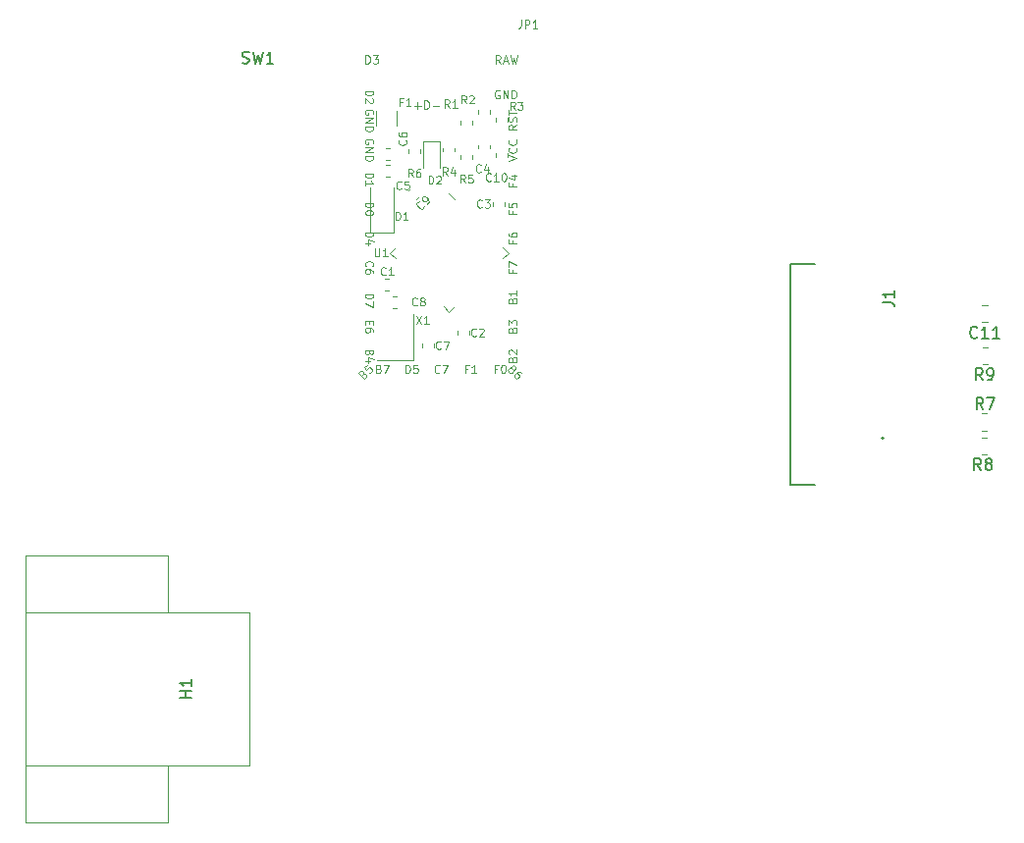
<source format=gto>
G04 #@! TF.GenerationSoftware,KiCad,Pcbnew,(6.0.0)*
G04 #@! TF.CreationDate,2021-12-27T00:15:52+08:00*
G04 #@! TF.ProjectId,Alvaro v2,416c7661-726f-4207-9632-2e6b69636164,rev?*
G04 #@! TF.SameCoordinates,Original*
G04 #@! TF.FileFunction,Legend,Top*
G04 #@! TF.FilePolarity,Positive*
%FSLAX46Y46*%
G04 Gerber Fmt 4.6, Leading zero omitted, Abs format (unit mm)*
G04 Created by KiCad (PCBNEW (6.0.0)) date 2021-12-27 00:15:52*
%MOMM*%
%LPD*%
G01*
G04 APERTURE LIST*
%ADD10C,0.080000*%
%ADD11C,0.150000*%
%ADD12C,0.120000*%
%ADD13C,0.200000*%
G04 APERTURE END LIST*
D10*
X68419000Y-23266666D02*
X68452333Y-23200000D01*
X68452333Y-23100000D01*
X68419000Y-23000000D01*
X68352333Y-22933333D01*
X68285666Y-22900000D01*
X68152333Y-22866666D01*
X68052333Y-22866666D01*
X67919000Y-22900000D01*
X67852333Y-22933333D01*
X67785666Y-23000000D01*
X67752333Y-23100000D01*
X67752333Y-23166666D01*
X67785666Y-23266666D01*
X67819000Y-23300000D01*
X68052333Y-23300000D01*
X68052333Y-23166666D01*
X67752333Y-23600000D02*
X68452333Y-23600000D01*
X67752333Y-24000000D01*
X68452333Y-24000000D01*
X67752333Y-24333333D02*
X68452333Y-24333333D01*
X68452333Y-24500000D01*
X68419000Y-24600000D01*
X68352333Y-24666666D01*
X68285666Y-24700000D01*
X68152333Y-24733333D01*
X68052333Y-24733333D01*
X67919000Y-24700000D01*
X67852333Y-24666666D01*
X67785666Y-24600000D01*
X67752333Y-24500000D01*
X67752333Y-24333333D01*
X67752333Y-33443333D02*
X68452333Y-33443333D01*
X68452333Y-33610000D01*
X68419000Y-33710000D01*
X68352333Y-33776666D01*
X68285666Y-33810000D01*
X68152333Y-33843333D01*
X68052333Y-33843333D01*
X67919000Y-33810000D01*
X67852333Y-33776666D01*
X67785666Y-33710000D01*
X67752333Y-33610000D01*
X67752333Y-33443333D01*
X68219000Y-34443333D02*
X67752333Y-34443333D01*
X68485666Y-34276666D02*
X67985666Y-34110000D01*
X67985666Y-34543333D01*
X67752333Y-28363333D02*
X68452333Y-28363333D01*
X68452333Y-28530000D01*
X68419000Y-28630000D01*
X68352333Y-28696666D01*
X68285666Y-28730000D01*
X68152333Y-28763333D01*
X68052333Y-28763333D01*
X67919000Y-28730000D01*
X67852333Y-28696666D01*
X67785666Y-28630000D01*
X67752333Y-28530000D01*
X67752333Y-28363333D01*
X67752333Y-29430000D02*
X67752333Y-29030000D01*
X67752333Y-29230000D02*
X68452333Y-29230000D01*
X68352333Y-29163333D01*
X68285666Y-29096666D01*
X68252333Y-29030000D01*
X68419000Y-25806666D02*
X68452333Y-25740000D01*
X68452333Y-25640000D01*
X68419000Y-25540000D01*
X68352333Y-25473333D01*
X68285666Y-25440000D01*
X68152333Y-25406666D01*
X68052333Y-25406666D01*
X67919000Y-25440000D01*
X67852333Y-25473333D01*
X67785666Y-25540000D01*
X67752333Y-25640000D01*
X67752333Y-25706666D01*
X67785666Y-25806666D01*
X67819000Y-25840000D01*
X68052333Y-25840000D01*
X68052333Y-25706666D01*
X67752333Y-26140000D02*
X68452333Y-26140000D01*
X67752333Y-26540000D01*
X68452333Y-26540000D01*
X67752333Y-26873333D02*
X68452333Y-26873333D01*
X68452333Y-27040000D01*
X68419000Y-27140000D01*
X68352333Y-27206666D01*
X68285666Y-27240000D01*
X68152333Y-27273333D01*
X68052333Y-27273333D01*
X67919000Y-27240000D01*
X67852333Y-27206666D01*
X67785666Y-27140000D01*
X67752333Y-27040000D01*
X67752333Y-26873333D01*
X67800333Y-18886666D02*
X67800333Y-18186666D01*
X67967000Y-18186666D01*
X68067000Y-18220000D01*
X68133666Y-18286666D01*
X68167000Y-18353333D01*
X68200333Y-18486666D01*
X68200333Y-18586666D01*
X68167000Y-18720000D01*
X68133666Y-18786666D01*
X68067000Y-18853333D01*
X67967000Y-18886666D01*
X67800333Y-18886666D01*
X68433666Y-18186666D02*
X68867000Y-18186666D01*
X68633666Y-18453333D01*
X68733666Y-18453333D01*
X68800333Y-18486666D01*
X68833666Y-18520000D01*
X68867000Y-18586666D01*
X68867000Y-18753333D01*
X68833666Y-18820000D01*
X68800333Y-18853333D01*
X68733666Y-18886666D01*
X68533666Y-18886666D01*
X68467000Y-18853333D01*
X68433666Y-18820000D01*
X68119000Y-43836666D02*
X68085666Y-43936666D01*
X68052333Y-43970000D01*
X67985666Y-44003333D01*
X67885666Y-44003333D01*
X67819000Y-43970000D01*
X67785666Y-43936666D01*
X67752333Y-43870000D01*
X67752333Y-43603333D01*
X68452333Y-43603333D01*
X68452333Y-43836666D01*
X68419000Y-43903333D01*
X68385666Y-43936666D01*
X68319000Y-43970000D01*
X68252333Y-43970000D01*
X68185666Y-43936666D01*
X68152333Y-43903333D01*
X68119000Y-43836666D01*
X68119000Y-43603333D01*
X68219000Y-44603333D02*
X67752333Y-44603333D01*
X68485666Y-44436666D02*
X67985666Y-44270000D01*
X67985666Y-44703333D01*
X67752333Y-21251333D02*
X68452333Y-21251333D01*
X68452333Y-21418000D01*
X68419000Y-21518000D01*
X68352333Y-21584666D01*
X68285666Y-21618000D01*
X68152333Y-21651333D01*
X68052333Y-21651333D01*
X67919000Y-21618000D01*
X67852333Y-21584666D01*
X67785666Y-21518000D01*
X67752333Y-21418000D01*
X67752333Y-21251333D01*
X68385666Y-21918000D02*
X68419000Y-21951333D01*
X68452333Y-22018000D01*
X68452333Y-22184666D01*
X68419000Y-22251333D01*
X68385666Y-22284666D01*
X68319000Y-22318000D01*
X68252333Y-22318000D01*
X68152333Y-22284666D01*
X67752333Y-21884666D01*
X67752333Y-22318000D01*
X68119000Y-41096666D02*
X68119000Y-41330000D01*
X67752333Y-41430000D02*
X67752333Y-41096666D01*
X68452333Y-41096666D01*
X68452333Y-41430000D01*
X68452333Y-42030000D02*
X68452333Y-41896666D01*
X68419000Y-41830000D01*
X68385666Y-41796666D01*
X68285666Y-41730000D01*
X68152333Y-41696666D01*
X67885666Y-41696666D01*
X67819000Y-41730000D01*
X67785666Y-41763333D01*
X67752333Y-41830000D01*
X67752333Y-41963333D01*
X67785666Y-42030000D01*
X67819000Y-42063333D01*
X67885666Y-42096666D01*
X68052333Y-42096666D01*
X68119000Y-42063333D01*
X68152333Y-42030000D01*
X68185666Y-41963333D01*
X68185666Y-41830000D01*
X68152333Y-41763333D01*
X68119000Y-41730000D01*
X68052333Y-41696666D01*
X67579297Y-45681991D02*
X67673578Y-45634851D01*
X67720719Y-45634851D01*
X67791429Y-45658421D01*
X67862140Y-45729132D01*
X67885710Y-45799842D01*
X67885710Y-45846983D01*
X67862140Y-45917693D01*
X67673578Y-46106255D01*
X67178603Y-45611280D01*
X67343595Y-45446289D01*
X67414306Y-45422719D01*
X67461446Y-45422719D01*
X67532157Y-45446289D01*
X67579297Y-45493429D01*
X67602867Y-45564140D01*
X67602867Y-45611280D01*
X67579297Y-45681991D01*
X67414306Y-45846983D01*
X67909280Y-44880603D02*
X67673578Y-45116306D01*
X67885710Y-45375578D01*
X67885710Y-45328438D01*
X67909280Y-45257727D01*
X68027132Y-45139876D01*
X68097842Y-45116306D01*
X68144983Y-45116306D01*
X68215693Y-45139876D01*
X68333544Y-45257727D01*
X68357115Y-45328438D01*
X68357115Y-45375578D01*
X68333544Y-45446289D01*
X68215693Y-45564140D01*
X68144983Y-45587710D01*
X68097842Y-45587710D01*
X67752333Y-38777333D02*
X68452333Y-38777333D01*
X68452333Y-38944000D01*
X68419000Y-39044000D01*
X68352333Y-39110666D01*
X68285666Y-39144000D01*
X68152333Y-39177333D01*
X68052333Y-39177333D01*
X67919000Y-39144000D01*
X67852333Y-39110666D01*
X67785666Y-39044000D01*
X67752333Y-38944000D01*
X67752333Y-38777333D01*
X68452333Y-39410666D02*
X68452333Y-39877333D01*
X67752333Y-39577333D01*
X67819000Y-36383333D02*
X67785666Y-36350000D01*
X67752333Y-36250000D01*
X67752333Y-36183333D01*
X67785666Y-36083333D01*
X67852333Y-36016666D01*
X67919000Y-35983333D01*
X68052333Y-35950000D01*
X68152333Y-35950000D01*
X68285666Y-35983333D01*
X68352333Y-36016666D01*
X68419000Y-36083333D01*
X68452333Y-36183333D01*
X68452333Y-36250000D01*
X68419000Y-36350000D01*
X68385666Y-36383333D01*
X68452333Y-36983333D02*
X68452333Y-36850000D01*
X68419000Y-36783333D01*
X68385666Y-36750000D01*
X68285666Y-36683333D01*
X68152333Y-36650000D01*
X67885666Y-36650000D01*
X67819000Y-36683333D01*
X67785666Y-36716666D01*
X67752333Y-36783333D01*
X67752333Y-36916666D01*
X67785666Y-36983333D01*
X67819000Y-37016666D01*
X67885666Y-37050000D01*
X68052333Y-37050000D01*
X68119000Y-37016666D01*
X68152333Y-36983333D01*
X68185666Y-36916666D01*
X68185666Y-36783333D01*
X68152333Y-36716666D01*
X68119000Y-36683333D01*
X68052333Y-36650000D01*
X67752333Y-30903333D02*
X68452333Y-30903333D01*
X68452333Y-31070000D01*
X68419000Y-31170000D01*
X68352333Y-31236666D01*
X68285666Y-31270000D01*
X68152333Y-31303333D01*
X68052333Y-31303333D01*
X67919000Y-31270000D01*
X67852333Y-31236666D01*
X67785666Y-31170000D01*
X67752333Y-31070000D01*
X67752333Y-30903333D01*
X68452333Y-31736666D02*
X68452333Y-31803333D01*
X68419000Y-31870000D01*
X68385666Y-31903333D01*
X68319000Y-31936666D01*
X68185666Y-31970000D01*
X68019000Y-31970000D01*
X67885666Y-31936666D01*
X67819000Y-31903333D01*
X67785666Y-31870000D01*
X67752333Y-31803333D01*
X67752333Y-31736666D01*
X67785666Y-31670000D01*
X67819000Y-31636666D01*
X67885666Y-31603333D01*
X68019000Y-31570000D01*
X68185666Y-31570000D01*
X68319000Y-31603333D01*
X68385666Y-31636666D01*
X68419000Y-31670000D01*
X68452333Y-31736666D01*
X68928666Y-45213000D02*
X69028666Y-45246333D01*
X69062000Y-45279666D01*
X69095333Y-45346333D01*
X69095333Y-45446333D01*
X69062000Y-45513000D01*
X69028666Y-45546333D01*
X68962000Y-45579666D01*
X68695333Y-45579666D01*
X68695333Y-44879666D01*
X68928666Y-44879666D01*
X68995333Y-44913000D01*
X69028666Y-44946333D01*
X69062000Y-45013000D01*
X69062000Y-45079666D01*
X69028666Y-45146333D01*
X68995333Y-45179666D01*
X68928666Y-45213000D01*
X68695333Y-45213000D01*
X69328666Y-44879666D02*
X69795333Y-44879666D01*
X69495333Y-45579666D01*
X71235333Y-45579666D02*
X71235333Y-44879666D01*
X71402000Y-44879666D01*
X71502000Y-44913000D01*
X71568666Y-44979666D01*
X71602000Y-45046333D01*
X71635333Y-45179666D01*
X71635333Y-45279666D01*
X71602000Y-45413000D01*
X71568666Y-45479666D01*
X71502000Y-45546333D01*
X71402000Y-45579666D01*
X71235333Y-45579666D01*
X72268666Y-44879666D02*
X71935333Y-44879666D01*
X71902000Y-45213000D01*
X71935333Y-45179666D01*
X72002000Y-45146333D01*
X72168666Y-45146333D01*
X72235333Y-45179666D01*
X72268666Y-45213000D01*
X72302000Y-45279666D01*
X72302000Y-45446333D01*
X72268666Y-45513000D01*
X72235333Y-45546333D01*
X72168666Y-45579666D01*
X72002000Y-45579666D01*
X71935333Y-45546333D01*
X71902000Y-45513000D01*
X74175333Y-45513000D02*
X74142000Y-45546333D01*
X74042000Y-45579666D01*
X73975333Y-45579666D01*
X73875333Y-45546333D01*
X73808666Y-45479666D01*
X73775333Y-45413000D01*
X73742000Y-45279666D01*
X73742000Y-45179666D01*
X73775333Y-45046333D01*
X73808666Y-44979666D01*
X73875333Y-44913000D01*
X73975333Y-44879666D01*
X74042000Y-44879666D01*
X74142000Y-44913000D01*
X74175333Y-44946333D01*
X74408666Y-44879666D02*
X74875333Y-44879666D01*
X74575333Y-45579666D01*
X76598666Y-45213000D02*
X76365333Y-45213000D01*
X76365333Y-45579666D02*
X76365333Y-44879666D01*
X76698666Y-44879666D01*
X77332000Y-45579666D02*
X76932000Y-45579666D01*
X77132000Y-45579666D02*
X77132000Y-44879666D01*
X77065333Y-44979666D01*
X76998666Y-45046333D01*
X76932000Y-45079666D01*
X79138666Y-45213000D02*
X78905333Y-45213000D01*
X78905333Y-45579666D02*
X78905333Y-44879666D01*
X79238666Y-44879666D01*
X79638666Y-44879666D02*
X79705333Y-44879666D01*
X79772000Y-44913000D01*
X79805333Y-44946333D01*
X79838666Y-45013000D01*
X79872000Y-45146333D01*
X79872000Y-45313000D01*
X79838666Y-45446333D01*
X79805333Y-45513000D01*
X79772000Y-45546333D01*
X79705333Y-45579666D01*
X79638666Y-45579666D01*
X79572000Y-45546333D01*
X79538666Y-45513000D01*
X79505333Y-45446333D01*
X79472000Y-45313000D01*
X79472000Y-45146333D01*
X79505333Y-45013000D01*
X79538666Y-44946333D01*
X79572000Y-44913000D01*
X79638666Y-44879666D01*
X80465000Y-34193333D02*
X80465000Y-34426666D01*
X80831666Y-34426666D02*
X80131666Y-34426666D01*
X80131666Y-34093333D01*
X80131666Y-33526666D02*
X80131666Y-33660000D01*
X80165000Y-33726666D01*
X80198333Y-33760000D01*
X80298333Y-33826666D01*
X80431666Y-33860000D01*
X80698333Y-33860000D01*
X80765000Y-33826666D01*
X80798333Y-33793333D01*
X80831666Y-33726666D01*
X80831666Y-33593333D01*
X80798333Y-33526666D01*
X80765000Y-33493333D01*
X80698333Y-33460000D01*
X80531666Y-33460000D01*
X80465000Y-33493333D01*
X80431666Y-33526666D01*
X80398333Y-33593333D01*
X80398333Y-33726666D01*
X80431666Y-33793333D01*
X80465000Y-33826666D01*
X80531666Y-33860000D01*
X80465000Y-41863333D02*
X80498333Y-41763333D01*
X80531666Y-41730000D01*
X80598333Y-41696666D01*
X80698333Y-41696666D01*
X80765000Y-41730000D01*
X80798333Y-41763333D01*
X80831666Y-41830000D01*
X80831666Y-42096666D01*
X80131666Y-42096666D01*
X80131666Y-41863333D01*
X80165000Y-41796666D01*
X80198333Y-41763333D01*
X80265000Y-41730000D01*
X80331666Y-41730000D01*
X80398333Y-41763333D01*
X80431666Y-41796666D01*
X80465000Y-41863333D01*
X80465000Y-42096666D01*
X80131666Y-41463333D02*
X80131666Y-41030000D01*
X80398333Y-41263333D01*
X80398333Y-41163333D01*
X80431666Y-41096666D01*
X80465000Y-41063333D01*
X80531666Y-41030000D01*
X80698333Y-41030000D01*
X80765000Y-41063333D01*
X80798333Y-41096666D01*
X80831666Y-41163333D01*
X80831666Y-41363333D01*
X80798333Y-41430000D01*
X80765000Y-41463333D01*
X80465000Y-44403333D02*
X80498333Y-44303333D01*
X80531666Y-44270000D01*
X80598333Y-44236666D01*
X80698333Y-44236666D01*
X80765000Y-44270000D01*
X80798333Y-44303333D01*
X80831666Y-44370000D01*
X80831666Y-44636666D01*
X80131666Y-44636666D01*
X80131666Y-44403333D01*
X80165000Y-44336666D01*
X80198333Y-44303333D01*
X80265000Y-44270000D01*
X80331666Y-44270000D01*
X80398333Y-44303333D01*
X80431666Y-44336666D01*
X80465000Y-44403333D01*
X80465000Y-44636666D01*
X80198333Y-43970000D02*
X80165000Y-43936666D01*
X80131666Y-43870000D01*
X80131666Y-43703333D01*
X80165000Y-43636666D01*
X80198333Y-43603333D01*
X80265000Y-43570000D01*
X80331666Y-43570000D01*
X80431666Y-43603333D01*
X80831666Y-44003333D01*
X80831666Y-43570000D01*
X80477008Y-45281297D02*
X80524148Y-45375578D01*
X80524148Y-45422719D01*
X80500578Y-45493429D01*
X80429867Y-45564140D01*
X80359157Y-45587710D01*
X80312016Y-45587710D01*
X80241306Y-45564140D01*
X80052744Y-45375578D01*
X80547719Y-44880603D01*
X80712710Y-45045595D01*
X80736280Y-45116306D01*
X80736280Y-45163446D01*
X80712710Y-45234157D01*
X80665570Y-45281297D01*
X80594859Y-45304867D01*
X80547719Y-45304867D01*
X80477008Y-45281297D01*
X80312016Y-45116306D01*
X81254825Y-45587710D02*
X81160544Y-45493429D01*
X81089834Y-45469859D01*
X81042693Y-45469859D01*
X80924842Y-45493429D01*
X80806991Y-45564140D01*
X80618429Y-45752702D01*
X80594859Y-45823412D01*
X80594859Y-45870553D01*
X80618429Y-45941264D01*
X80712710Y-46035544D01*
X80783421Y-46059115D01*
X80830561Y-46059115D01*
X80901272Y-46035544D01*
X81019123Y-45917693D01*
X81042693Y-45846983D01*
X81042693Y-45799842D01*
X81019123Y-45729132D01*
X80924842Y-45634851D01*
X80854132Y-45611280D01*
X80806991Y-45611280D01*
X80736280Y-45634851D01*
X80465000Y-39323333D02*
X80498333Y-39223333D01*
X80531666Y-39190000D01*
X80598333Y-39156666D01*
X80698333Y-39156666D01*
X80765000Y-39190000D01*
X80798333Y-39223333D01*
X80831666Y-39290000D01*
X80831666Y-39556666D01*
X80131666Y-39556666D01*
X80131666Y-39323333D01*
X80165000Y-39256666D01*
X80198333Y-39223333D01*
X80265000Y-39190000D01*
X80331666Y-39190000D01*
X80398333Y-39223333D01*
X80431666Y-39256666D01*
X80465000Y-39323333D01*
X80465000Y-39556666D01*
X80831666Y-38490000D02*
X80831666Y-38890000D01*
X80831666Y-38690000D02*
X80131666Y-38690000D01*
X80231666Y-38756666D01*
X80298333Y-38823333D01*
X80331666Y-38890000D01*
X80465000Y-36733333D02*
X80465000Y-36966666D01*
X80831666Y-36966666D02*
X80131666Y-36966666D01*
X80131666Y-36633333D01*
X80131666Y-36433333D02*
X80131666Y-35966666D01*
X80831666Y-36266666D01*
X79328666Y-21220000D02*
X79262000Y-21186666D01*
X79162000Y-21186666D01*
X79062000Y-21220000D01*
X78995333Y-21286666D01*
X78962000Y-21353333D01*
X78928666Y-21486666D01*
X78928666Y-21586666D01*
X78962000Y-21720000D01*
X78995333Y-21786666D01*
X79062000Y-21853333D01*
X79162000Y-21886666D01*
X79228666Y-21886666D01*
X79328666Y-21853333D01*
X79362000Y-21820000D01*
X79362000Y-21586666D01*
X79228666Y-21586666D01*
X79662000Y-21886666D02*
X79662000Y-21186666D01*
X80062000Y-21886666D01*
X80062000Y-21186666D01*
X80395333Y-21886666D02*
X80395333Y-21186666D01*
X80562000Y-21186666D01*
X80662000Y-21220000D01*
X80728666Y-21286666D01*
X80762000Y-21353333D01*
X80795333Y-21486666D01*
X80795333Y-21586666D01*
X80762000Y-21720000D01*
X80728666Y-21786666D01*
X80662000Y-21853333D01*
X80562000Y-21886666D01*
X80395333Y-21886666D01*
X80465000Y-31653333D02*
X80465000Y-31886666D01*
X80831666Y-31886666D02*
X80131666Y-31886666D01*
X80131666Y-31553333D01*
X80131666Y-30953333D02*
X80131666Y-31286666D01*
X80465000Y-31320000D01*
X80431666Y-31286666D01*
X80398333Y-31220000D01*
X80398333Y-31053333D01*
X80431666Y-30986666D01*
X80465000Y-30953333D01*
X80531666Y-30920000D01*
X80698333Y-30920000D01*
X80765000Y-30953333D01*
X80798333Y-30986666D01*
X80831666Y-31053333D01*
X80831666Y-31220000D01*
X80798333Y-31286666D01*
X80765000Y-31320000D01*
X80831666Y-24183333D02*
X80498333Y-24416666D01*
X80831666Y-24583333D02*
X80131666Y-24583333D01*
X80131666Y-24316666D01*
X80165000Y-24250000D01*
X80198333Y-24216666D01*
X80265000Y-24183333D01*
X80365000Y-24183333D01*
X80431666Y-24216666D01*
X80465000Y-24250000D01*
X80498333Y-24316666D01*
X80498333Y-24583333D01*
X80798333Y-23916666D02*
X80831666Y-23816666D01*
X80831666Y-23650000D01*
X80798333Y-23583333D01*
X80765000Y-23550000D01*
X80698333Y-23516666D01*
X80631666Y-23516666D01*
X80565000Y-23550000D01*
X80531666Y-23583333D01*
X80498333Y-23650000D01*
X80465000Y-23783333D01*
X80431666Y-23850000D01*
X80398333Y-23883333D01*
X80331666Y-23916666D01*
X80265000Y-23916666D01*
X80198333Y-23883333D01*
X80165000Y-23850000D01*
X80131666Y-23783333D01*
X80131666Y-23616666D01*
X80165000Y-23516666D01*
X80131666Y-23316666D02*
X80131666Y-22916666D01*
X80831666Y-23116666D02*
X80131666Y-23116666D01*
X80131666Y-27273333D02*
X80831666Y-27040000D01*
X80131666Y-26806666D01*
X80765000Y-26173333D02*
X80798333Y-26206666D01*
X80831666Y-26306666D01*
X80831666Y-26373333D01*
X80798333Y-26473333D01*
X80731666Y-26540000D01*
X80665000Y-26573333D01*
X80531666Y-26606666D01*
X80431666Y-26606666D01*
X80298333Y-26573333D01*
X80231666Y-26540000D01*
X80165000Y-26473333D01*
X80131666Y-26373333D01*
X80131666Y-26306666D01*
X80165000Y-26206666D01*
X80198333Y-26173333D01*
X80765000Y-25473333D02*
X80798333Y-25506666D01*
X80831666Y-25606666D01*
X80831666Y-25673333D01*
X80798333Y-25773333D01*
X80731666Y-25840000D01*
X80665000Y-25873333D01*
X80531666Y-25906666D01*
X80431666Y-25906666D01*
X80298333Y-25873333D01*
X80231666Y-25840000D01*
X80165000Y-25773333D01*
X80131666Y-25673333D01*
X80131666Y-25606666D01*
X80165000Y-25506666D01*
X80198333Y-25473333D01*
X80465000Y-29240333D02*
X80465000Y-29473666D01*
X80831666Y-29473666D02*
X80131666Y-29473666D01*
X80131666Y-29140333D01*
X80365000Y-28573666D02*
X80831666Y-28573666D01*
X80098333Y-28740333D02*
X80598333Y-28907000D01*
X80598333Y-28473666D01*
X72012000Y-22520000D02*
X72545333Y-22520000D01*
X72278666Y-22786666D02*
X72278666Y-22253333D01*
X72878666Y-22786666D02*
X72878666Y-22086666D01*
X73045333Y-22086666D01*
X73145333Y-22120000D01*
X73212000Y-22186666D01*
X73245333Y-22253333D01*
X73278666Y-22386666D01*
X73278666Y-22486666D01*
X73245333Y-22620000D01*
X73212000Y-22686666D01*
X73145333Y-22753333D01*
X73045333Y-22786666D01*
X72878666Y-22786666D01*
X73578666Y-22520000D02*
X74112000Y-22520000D01*
X79428667Y-18889666D02*
X79195334Y-18556333D01*
X79028667Y-18889666D02*
X79028667Y-18189666D01*
X79295334Y-18189666D01*
X79362001Y-18223000D01*
X79395334Y-18256333D01*
X79428667Y-18323000D01*
X79428667Y-18423000D01*
X79395334Y-18489666D01*
X79362001Y-18523000D01*
X79295334Y-18556333D01*
X79028667Y-18556333D01*
X79695334Y-18689666D02*
X80028667Y-18689666D01*
X79628667Y-18889666D02*
X79862001Y-18189666D01*
X80095334Y-18889666D01*
X80262001Y-18189666D02*
X80428667Y-18889666D01*
X80562001Y-18389666D01*
X80695334Y-18889666D01*
X80862001Y-18189666D01*
X72225333Y-39720000D02*
X72192000Y-39753333D01*
X72092000Y-39786666D01*
X72025333Y-39786666D01*
X71925333Y-39753333D01*
X71858666Y-39686666D01*
X71825333Y-39620000D01*
X71792000Y-39486666D01*
X71792000Y-39386666D01*
X71825333Y-39253333D01*
X71858666Y-39186666D01*
X71925333Y-39120000D01*
X72025333Y-39086666D01*
X72092000Y-39086666D01*
X72192000Y-39120000D01*
X72225333Y-39153333D01*
X72625333Y-39386666D02*
X72558666Y-39353333D01*
X72525333Y-39320000D01*
X72492000Y-39253333D01*
X72492000Y-39220000D01*
X72525333Y-39153333D01*
X72558666Y-39120000D01*
X72625333Y-39086666D01*
X72758666Y-39086666D01*
X72825333Y-39120000D01*
X72858666Y-39153333D01*
X72892000Y-39220000D01*
X72892000Y-39253333D01*
X72858666Y-39320000D01*
X72825333Y-39353333D01*
X72758666Y-39386666D01*
X72625333Y-39386666D01*
X72558666Y-39420000D01*
X72525333Y-39453333D01*
X72492000Y-39520000D01*
X72492000Y-39653333D01*
X72525333Y-39720000D01*
X72558666Y-39753333D01*
X72625333Y-39786666D01*
X72758666Y-39786666D01*
X72825333Y-39753333D01*
X72858666Y-39720000D01*
X72892000Y-39653333D01*
X72892000Y-39520000D01*
X72858666Y-39453333D01*
X72825333Y-39420000D01*
X72758666Y-39386666D01*
X74275333Y-43470000D02*
X74242000Y-43503333D01*
X74142000Y-43536666D01*
X74075333Y-43536666D01*
X73975333Y-43503333D01*
X73908666Y-43436666D01*
X73875333Y-43370000D01*
X73842000Y-43236666D01*
X73842000Y-43136666D01*
X73875333Y-43003333D01*
X73908666Y-42936666D01*
X73975333Y-42870000D01*
X74075333Y-42836666D01*
X74142000Y-42836666D01*
X74242000Y-42870000D01*
X74275333Y-42903333D01*
X74508666Y-42836666D02*
X74975333Y-42836666D01*
X74675333Y-43536666D01*
X72125333Y-40635666D02*
X72592000Y-41335666D01*
X72592000Y-40635666D02*
X72125333Y-41335666D01*
X73225333Y-41335666D02*
X72825333Y-41335666D01*
X73025333Y-41335666D02*
X73025333Y-40635666D01*
X72958666Y-40735666D01*
X72892000Y-40802333D01*
X72825333Y-40835666D01*
X71875333Y-28686666D02*
X71642000Y-28353333D01*
X71475333Y-28686666D02*
X71475333Y-27986666D01*
X71742000Y-27986666D01*
X71808666Y-28020000D01*
X71842000Y-28053333D01*
X71875333Y-28120000D01*
X71875333Y-28220000D01*
X71842000Y-28286666D01*
X71808666Y-28320000D01*
X71742000Y-28353333D01*
X71475333Y-28353333D01*
X72475333Y-27986666D02*
X72342000Y-27986666D01*
X72275333Y-28020000D01*
X72242000Y-28053333D01*
X72175333Y-28153333D01*
X72142000Y-28286666D01*
X72142000Y-28553333D01*
X72175333Y-28620000D01*
X72208666Y-28653333D01*
X72275333Y-28686666D01*
X72408666Y-28686666D01*
X72475333Y-28653333D01*
X72508666Y-28620000D01*
X72542000Y-28553333D01*
X72542000Y-28386666D01*
X72508666Y-28320000D01*
X72475333Y-28286666D01*
X72408666Y-28253333D01*
X72275333Y-28253333D01*
X72208666Y-28286666D01*
X72175333Y-28320000D01*
X72142000Y-28386666D01*
X77725333Y-28220000D02*
X77692000Y-28253333D01*
X77592000Y-28286666D01*
X77525333Y-28286666D01*
X77425333Y-28253333D01*
X77358666Y-28186666D01*
X77325333Y-28120000D01*
X77292000Y-27986666D01*
X77292000Y-27886666D01*
X77325333Y-27753333D01*
X77358666Y-27686666D01*
X77425333Y-27620000D01*
X77525333Y-27586666D01*
X77592000Y-27586666D01*
X77692000Y-27620000D01*
X77725333Y-27653333D01*
X78325333Y-27820000D02*
X78325333Y-28286666D01*
X78158666Y-27553333D02*
X77992000Y-28053333D01*
X78425333Y-28053333D01*
X70375333Y-32386666D02*
X70375333Y-31686666D01*
X70542000Y-31686666D01*
X70642000Y-31720000D01*
X70708666Y-31786666D01*
X70742000Y-31853333D01*
X70775333Y-31986666D01*
X70775333Y-32086666D01*
X70742000Y-32220000D01*
X70708666Y-32286666D01*
X70642000Y-32353333D01*
X70542000Y-32386666D01*
X70375333Y-32386666D01*
X71442000Y-32386666D02*
X71042000Y-32386666D01*
X71242000Y-32386666D02*
X71242000Y-31686666D01*
X71175333Y-31786666D01*
X71108666Y-31853333D01*
X71042000Y-31886666D01*
X80675333Y-22886666D02*
X80442000Y-22553333D01*
X80275333Y-22886666D02*
X80275333Y-22186666D01*
X80542000Y-22186666D01*
X80608666Y-22220000D01*
X80642000Y-22253333D01*
X80675333Y-22320000D01*
X80675333Y-22420000D01*
X80642000Y-22486666D01*
X80608666Y-22520000D01*
X80542000Y-22553333D01*
X80275333Y-22553333D01*
X80908666Y-22186666D02*
X81342000Y-22186666D01*
X81108666Y-22453333D01*
X81208666Y-22453333D01*
X81275333Y-22486666D01*
X81308666Y-22520000D01*
X81342000Y-22586666D01*
X81342000Y-22753333D01*
X81308666Y-22820000D01*
X81275333Y-22853333D01*
X81208666Y-22886666D01*
X81008666Y-22886666D01*
X80942000Y-22853333D01*
X80908666Y-22820000D01*
X75025333Y-22686666D02*
X74792000Y-22353333D01*
X74625333Y-22686666D02*
X74625333Y-21986666D01*
X74892000Y-21986666D01*
X74958666Y-22020000D01*
X74992000Y-22053333D01*
X75025333Y-22120000D01*
X75025333Y-22220000D01*
X74992000Y-22286666D01*
X74958666Y-22320000D01*
X74892000Y-22353333D01*
X74625333Y-22353333D01*
X75692000Y-22686666D02*
X75292000Y-22686666D01*
X75492000Y-22686666D02*
X75492000Y-21986666D01*
X75425333Y-22086666D01*
X75358666Y-22153333D01*
X75292000Y-22186666D01*
X68583666Y-34836666D02*
X68583666Y-35403333D01*
X68617000Y-35470000D01*
X68650333Y-35503333D01*
X68717000Y-35536666D01*
X68850333Y-35536666D01*
X68917000Y-35503333D01*
X68950333Y-35470000D01*
X68983666Y-35403333D01*
X68983666Y-34836666D01*
X69683666Y-35536666D02*
X69283666Y-35536666D01*
X69483666Y-35536666D02*
X69483666Y-34836666D01*
X69417000Y-34936666D01*
X69350333Y-35003333D01*
X69283666Y-35036666D01*
X70875333Y-29670000D02*
X70842000Y-29703333D01*
X70742000Y-29736666D01*
X70675333Y-29736666D01*
X70575333Y-29703333D01*
X70508666Y-29636666D01*
X70475333Y-29570000D01*
X70442000Y-29436666D01*
X70442000Y-29336666D01*
X70475333Y-29203333D01*
X70508666Y-29136666D01*
X70575333Y-29070000D01*
X70675333Y-29036666D01*
X70742000Y-29036666D01*
X70842000Y-29070000D01*
X70875333Y-29103333D01*
X71508666Y-29036666D02*
X71175333Y-29036666D01*
X71142000Y-29370000D01*
X71175333Y-29336666D01*
X71242000Y-29303333D01*
X71408666Y-29303333D01*
X71475333Y-29336666D01*
X71508666Y-29370000D01*
X71542000Y-29436666D01*
X71542000Y-29603333D01*
X71508666Y-29670000D01*
X71475333Y-29703333D01*
X71408666Y-29736666D01*
X71242000Y-29736666D01*
X71175333Y-29703333D01*
X71142000Y-29670000D01*
X78592000Y-28970000D02*
X78558666Y-29003333D01*
X78458666Y-29036666D01*
X78392000Y-29036666D01*
X78292000Y-29003333D01*
X78225333Y-28936666D01*
X78192000Y-28870000D01*
X78158666Y-28736666D01*
X78158666Y-28636666D01*
X78192000Y-28503333D01*
X78225333Y-28436666D01*
X78292000Y-28370000D01*
X78392000Y-28336666D01*
X78458666Y-28336666D01*
X78558666Y-28370000D01*
X78592000Y-28403333D01*
X79258666Y-29036666D02*
X78858666Y-29036666D01*
X79058666Y-29036666D02*
X79058666Y-28336666D01*
X78992000Y-28436666D01*
X78925333Y-28503333D01*
X78858666Y-28536666D01*
X79692000Y-28336666D02*
X79758666Y-28336666D01*
X79825333Y-28370000D01*
X79858666Y-28403333D01*
X79892000Y-28470000D01*
X79925333Y-28603333D01*
X79925333Y-28770000D01*
X79892000Y-28903333D01*
X79858666Y-28970000D01*
X79825333Y-29003333D01*
X79758666Y-29036666D01*
X79692000Y-29036666D01*
X79625333Y-29003333D01*
X79592000Y-28970000D01*
X79558666Y-28903333D01*
X79525333Y-28770000D01*
X79525333Y-28603333D01*
X79558666Y-28470000D01*
X79592000Y-28403333D01*
X79625333Y-28370000D01*
X79692000Y-28336666D01*
X77825333Y-31257500D02*
X77792000Y-31290833D01*
X77692000Y-31324166D01*
X77625333Y-31324166D01*
X77525333Y-31290833D01*
X77458666Y-31224166D01*
X77425333Y-31157500D01*
X77392000Y-31024166D01*
X77392000Y-30924166D01*
X77425333Y-30790833D01*
X77458666Y-30724166D01*
X77525333Y-30657500D01*
X77625333Y-30624166D01*
X77692000Y-30624166D01*
X77792000Y-30657500D01*
X77825333Y-30690833D01*
X78058666Y-30624166D02*
X78492000Y-30624166D01*
X78258666Y-30890833D01*
X78358666Y-30890833D01*
X78425333Y-30924166D01*
X78458666Y-30957500D01*
X78492000Y-31024166D01*
X78492000Y-31190833D01*
X78458666Y-31257500D01*
X78425333Y-31290833D01*
X78358666Y-31324166D01*
X78158666Y-31324166D01*
X78092000Y-31290833D01*
X78058666Y-31257500D01*
X77325333Y-42370000D02*
X77292000Y-42403333D01*
X77192000Y-42436666D01*
X77125333Y-42436666D01*
X77025333Y-42403333D01*
X76958666Y-42336666D01*
X76925333Y-42270000D01*
X76892000Y-42136666D01*
X76892000Y-42036666D01*
X76925333Y-41903333D01*
X76958666Y-41836666D01*
X77025333Y-41770000D01*
X77125333Y-41736666D01*
X77192000Y-41736666D01*
X77292000Y-41770000D01*
X77325333Y-41803333D01*
X77592000Y-41803333D02*
X77625333Y-41770000D01*
X77692000Y-41736666D01*
X77858666Y-41736666D01*
X77925333Y-41770000D01*
X77958666Y-41803333D01*
X77992000Y-41870000D01*
X77992000Y-41936666D01*
X77958666Y-42036666D01*
X77558666Y-42436666D01*
X77992000Y-42436666D01*
X76475333Y-22336666D02*
X76242000Y-22003333D01*
X76075333Y-22336666D02*
X76075333Y-21636666D01*
X76342000Y-21636666D01*
X76408666Y-21670000D01*
X76442000Y-21703333D01*
X76475333Y-21770000D01*
X76475333Y-21870000D01*
X76442000Y-21936666D01*
X76408666Y-21970000D01*
X76342000Y-22003333D01*
X76075333Y-22003333D01*
X76742000Y-21703333D02*
X76775333Y-21670000D01*
X76842000Y-21636666D01*
X77008666Y-21636666D01*
X77075333Y-21670000D01*
X77108666Y-21703333D01*
X77142000Y-21770000D01*
X77142000Y-21836666D01*
X77108666Y-21936666D01*
X76708666Y-22336666D01*
X77142000Y-22336666D01*
X70958666Y-22220000D02*
X70725333Y-22220000D01*
X70725333Y-22586666D02*
X70725333Y-21886666D01*
X71058666Y-21886666D01*
X71692000Y-22586666D02*
X71292000Y-22586666D01*
X71492000Y-22586666D02*
X71492000Y-21886666D01*
X71425333Y-21986666D01*
X71358666Y-22053333D01*
X71292000Y-22086666D01*
X72836280Y-31179272D02*
X72836280Y-31226412D01*
X72789140Y-31320693D01*
X72742000Y-31367834D01*
X72647719Y-31414974D01*
X72553438Y-31414974D01*
X72482727Y-31391404D01*
X72364876Y-31320693D01*
X72294165Y-31249983D01*
X72223455Y-31132132D01*
X72199884Y-31061421D01*
X72199884Y-30967140D01*
X72247025Y-30872859D01*
X72294165Y-30825719D01*
X72388446Y-30778578D01*
X72435587Y-30778578D01*
X73119123Y-30990710D02*
X73213404Y-30896429D01*
X73236974Y-30825719D01*
X73236974Y-30778578D01*
X73213404Y-30660727D01*
X73142693Y-30542876D01*
X72954132Y-30354314D01*
X72883421Y-30330744D01*
X72836280Y-30330744D01*
X72765570Y-30354314D01*
X72671289Y-30448595D01*
X72647719Y-30519306D01*
X72647719Y-30566446D01*
X72671289Y-30637157D01*
X72789140Y-30755008D01*
X72859851Y-30778578D01*
X72906991Y-30778578D01*
X72977702Y-30755008D01*
X73071983Y-30660727D01*
X73095553Y-30590016D01*
X73095553Y-30542876D01*
X73071983Y-30472165D01*
X71242000Y-25486666D02*
X71275333Y-25520000D01*
X71308666Y-25620000D01*
X71308666Y-25686666D01*
X71275333Y-25786666D01*
X71208666Y-25853333D01*
X71142000Y-25886666D01*
X71008666Y-25920000D01*
X70908666Y-25920000D01*
X70775333Y-25886666D01*
X70708666Y-25853333D01*
X70642000Y-25786666D01*
X70608666Y-25686666D01*
X70608666Y-25620000D01*
X70642000Y-25520000D01*
X70675333Y-25486666D01*
X70608666Y-24886666D02*
X70608666Y-25020000D01*
X70642000Y-25086666D01*
X70675333Y-25120000D01*
X70775333Y-25186666D01*
X70908666Y-25220000D01*
X71175333Y-25220000D01*
X71242000Y-25186666D01*
X71275333Y-25153333D01*
X71308666Y-25086666D01*
X71308666Y-24953333D01*
X71275333Y-24886666D01*
X71242000Y-24853333D01*
X71175333Y-24820000D01*
X71008666Y-24820000D01*
X70942000Y-24853333D01*
X70908666Y-24886666D01*
X70875333Y-24953333D01*
X70875333Y-25086666D01*
X70908666Y-25153333D01*
X70942000Y-25186666D01*
X71008666Y-25220000D01*
X76375333Y-29186666D02*
X76142000Y-28853333D01*
X75975333Y-29186666D02*
X75975333Y-28486666D01*
X76242000Y-28486666D01*
X76308666Y-28520000D01*
X76342000Y-28553333D01*
X76375333Y-28620000D01*
X76375333Y-28720000D01*
X76342000Y-28786666D01*
X76308666Y-28820000D01*
X76242000Y-28853333D01*
X75975333Y-28853333D01*
X77008666Y-28486666D02*
X76675333Y-28486666D01*
X76642000Y-28820000D01*
X76675333Y-28786666D01*
X76742000Y-28753333D01*
X76908666Y-28753333D01*
X76975333Y-28786666D01*
X77008666Y-28820000D01*
X77042000Y-28886666D01*
X77042000Y-29053333D01*
X77008666Y-29120000D01*
X76975333Y-29153333D01*
X76908666Y-29186666D01*
X76742000Y-29186666D01*
X76675333Y-29153333D01*
X76642000Y-29120000D01*
X69525333Y-37095000D02*
X69492000Y-37128333D01*
X69392000Y-37161666D01*
X69325333Y-37161666D01*
X69225333Y-37128333D01*
X69158666Y-37061666D01*
X69125333Y-36995000D01*
X69092000Y-36861666D01*
X69092000Y-36761666D01*
X69125333Y-36628333D01*
X69158666Y-36561666D01*
X69225333Y-36495000D01*
X69325333Y-36461666D01*
X69392000Y-36461666D01*
X69492000Y-36495000D01*
X69525333Y-36528333D01*
X70192000Y-37161666D02*
X69792000Y-37161666D01*
X69992000Y-37161666D02*
X69992000Y-36461666D01*
X69925333Y-36561666D01*
X69858666Y-36628333D01*
X69792000Y-36661666D01*
X74875333Y-28536666D02*
X74642000Y-28203333D01*
X74475333Y-28536666D02*
X74475333Y-27836666D01*
X74742000Y-27836666D01*
X74808666Y-27870000D01*
X74842000Y-27903333D01*
X74875333Y-27970000D01*
X74875333Y-28070000D01*
X74842000Y-28136666D01*
X74808666Y-28170000D01*
X74742000Y-28203333D01*
X74475333Y-28203333D01*
X75475333Y-28070000D02*
X75475333Y-28536666D01*
X75308666Y-27803333D02*
X75142000Y-28303333D01*
X75575333Y-28303333D01*
X73225333Y-29286666D02*
X73225333Y-28586666D01*
X73392000Y-28586666D01*
X73492000Y-28620000D01*
X73558666Y-28686666D01*
X73592000Y-28753333D01*
X73625333Y-28886666D01*
X73625333Y-28986666D01*
X73592000Y-29120000D01*
X73558666Y-29186666D01*
X73492000Y-29253333D01*
X73392000Y-29286666D01*
X73225333Y-29286666D01*
X73892000Y-28653333D02*
X73925333Y-28620000D01*
X73992000Y-28586666D01*
X74158666Y-28586666D01*
X74225333Y-28620000D01*
X74258666Y-28653333D01*
X74292000Y-28720000D01*
X74292000Y-28786666D01*
X74258666Y-28886666D01*
X73858666Y-29286666D01*
X74292000Y-29286666D01*
X81208666Y-15136666D02*
X81208666Y-15636666D01*
X81175333Y-15736666D01*
X81108666Y-15803333D01*
X81008666Y-15836666D01*
X80942000Y-15836666D01*
X81542000Y-15836666D02*
X81542000Y-15136666D01*
X81808666Y-15136666D01*
X81875333Y-15170000D01*
X81908666Y-15203333D01*
X81942000Y-15270000D01*
X81942000Y-15370000D01*
X81908666Y-15436666D01*
X81875333Y-15470000D01*
X81808666Y-15503333D01*
X81542000Y-15503333D01*
X82608666Y-15836666D02*
X82208666Y-15836666D01*
X82408666Y-15836666D02*
X82408666Y-15136666D01*
X82342000Y-15236666D01*
X82275333Y-15303333D01*
X82208666Y-15336666D01*
D11*
X120542142Y-42497142D02*
X120494523Y-42544761D01*
X120351666Y-42592380D01*
X120256428Y-42592380D01*
X120113571Y-42544761D01*
X120018333Y-42449523D01*
X119970714Y-42354285D01*
X119923095Y-42163809D01*
X119923095Y-42020952D01*
X119970714Y-41830476D01*
X120018333Y-41735238D01*
X120113571Y-41640000D01*
X120256428Y-41592380D01*
X120351666Y-41592380D01*
X120494523Y-41640000D01*
X120542142Y-41687619D01*
X121494523Y-42592380D02*
X120923095Y-42592380D01*
X121208809Y-42592380D02*
X121208809Y-41592380D01*
X121113571Y-41735238D01*
X121018333Y-41830476D01*
X120923095Y-41878095D01*
X122446904Y-42592380D02*
X121875476Y-42592380D01*
X122161190Y-42592380D02*
X122161190Y-41592380D01*
X122065952Y-41735238D01*
X121970714Y-41830476D01*
X121875476Y-41878095D01*
X120868333Y-53952380D02*
X120535000Y-53476190D01*
X120296904Y-53952380D02*
X120296904Y-52952380D01*
X120677857Y-52952380D01*
X120773095Y-53000000D01*
X120820714Y-53047619D01*
X120868333Y-53142857D01*
X120868333Y-53285714D01*
X120820714Y-53380952D01*
X120773095Y-53428571D01*
X120677857Y-53476190D01*
X120296904Y-53476190D01*
X121439761Y-53380952D02*
X121344523Y-53333333D01*
X121296904Y-53285714D01*
X121249285Y-53190476D01*
X121249285Y-53142857D01*
X121296904Y-53047619D01*
X121344523Y-53000000D01*
X121439761Y-52952380D01*
X121630238Y-52952380D01*
X121725476Y-53000000D01*
X121773095Y-53047619D01*
X121820714Y-53142857D01*
X121820714Y-53190476D01*
X121773095Y-53285714D01*
X121725476Y-53333333D01*
X121630238Y-53380952D01*
X121439761Y-53380952D01*
X121344523Y-53428571D01*
X121296904Y-53476190D01*
X121249285Y-53571428D01*
X121249285Y-53761904D01*
X121296904Y-53857142D01*
X121344523Y-53904761D01*
X121439761Y-53952380D01*
X121630238Y-53952380D01*
X121725476Y-53904761D01*
X121773095Y-53857142D01*
X121820714Y-53761904D01*
X121820714Y-53571428D01*
X121773095Y-53476190D01*
X121725476Y-53428571D01*
X121630238Y-53380952D01*
X120998333Y-46192380D02*
X120665000Y-45716190D01*
X120426904Y-46192380D02*
X120426904Y-45192380D01*
X120807857Y-45192380D01*
X120903095Y-45240000D01*
X120950714Y-45287619D01*
X120998333Y-45382857D01*
X120998333Y-45525714D01*
X120950714Y-45620952D01*
X120903095Y-45668571D01*
X120807857Y-45716190D01*
X120426904Y-45716190D01*
X121474523Y-46192380D02*
X121665000Y-46192380D01*
X121760238Y-46144761D01*
X121807857Y-46097142D01*
X121903095Y-45954285D01*
X121950714Y-45763809D01*
X121950714Y-45382857D01*
X121903095Y-45287619D01*
X121855476Y-45240000D01*
X121760238Y-45192380D01*
X121569761Y-45192380D01*
X121474523Y-45240000D01*
X121426904Y-45287619D01*
X121379285Y-45382857D01*
X121379285Y-45620952D01*
X121426904Y-45716190D01*
X121474523Y-45763809D01*
X121569761Y-45811428D01*
X121760238Y-45811428D01*
X121855476Y-45763809D01*
X121903095Y-45716190D01*
X121950714Y-45620952D01*
X121058333Y-48712380D02*
X120725000Y-48236190D01*
X120486904Y-48712380D02*
X120486904Y-47712380D01*
X120867857Y-47712380D01*
X120963095Y-47760000D01*
X121010714Y-47807619D01*
X121058333Y-47902857D01*
X121058333Y-48045714D01*
X121010714Y-48140952D01*
X120963095Y-48188571D01*
X120867857Y-48236190D01*
X120486904Y-48236190D01*
X121391666Y-47712380D02*
X122058333Y-47712380D01*
X121629761Y-48712380D01*
X57166666Y-18834761D02*
X57309523Y-18882380D01*
X57547619Y-18882380D01*
X57642857Y-18834761D01*
X57690476Y-18787142D01*
X57738095Y-18691904D01*
X57738095Y-18596666D01*
X57690476Y-18501428D01*
X57642857Y-18453809D01*
X57547619Y-18406190D01*
X57357142Y-18358571D01*
X57261904Y-18310952D01*
X57214285Y-18263333D01*
X57166666Y-18168095D01*
X57166666Y-18072857D01*
X57214285Y-17977619D01*
X57261904Y-17930000D01*
X57357142Y-17882380D01*
X57595238Y-17882380D01*
X57738095Y-17930000D01*
X58071428Y-17882380D02*
X58309523Y-18882380D01*
X58500000Y-18168095D01*
X58690476Y-18882380D01*
X58928571Y-17882380D01*
X59833333Y-18882380D02*
X59261904Y-18882380D01*
X59547619Y-18882380D02*
X59547619Y-17882380D01*
X59452380Y-18025238D01*
X59357142Y-18120476D01*
X59261904Y-18168095D01*
X112382380Y-39488333D02*
X113096666Y-39488333D01*
X113239523Y-39535952D01*
X113334761Y-39631190D01*
X113382380Y-39774047D01*
X113382380Y-39869285D01*
X113382380Y-38488333D02*
X113382380Y-39059761D01*
X113382380Y-38774047D02*
X112382380Y-38774047D01*
X112525238Y-38869285D01*
X112620476Y-38964523D01*
X112668095Y-39059761D01*
X52782380Y-73611904D02*
X51782380Y-73611904D01*
X52258571Y-73611904D02*
X52258571Y-73040476D01*
X52782380Y-73040476D02*
X51782380Y-73040476D01*
X52782380Y-72040476D02*
X52782380Y-72611904D01*
X52782380Y-72326190D02*
X51782380Y-72326190D01*
X51925238Y-72421428D01*
X52020476Y-72516666D01*
X52068095Y-72611904D01*
D10*
X70129221Y-38960000D02*
X70454779Y-38960000D01*
X70129221Y-39980000D02*
X70454779Y-39980000D01*
X73652000Y-43382779D02*
X73652000Y-43057221D01*
X72632000Y-43382779D02*
X72632000Y-43057221D01*
D12*
X68742000Y-44469000D02*
X71942000Y-44469000D01*
X71942000Y-44469000D02*
X71942000Y-40469000D01*
D10*
X72502000Y-26582779D02*
X72502000Y-26257221D01*
X71482000Y-26582779D02*
X71482000Y-26257221D01*
X78502000Y-26232779D02*
X78502000Y-25907221D01*
X77482000Y-26232779D02*
X77482000Y-25907221D01*
D12*
X68192000Y-33520000D02*
X70192000Y-33520000D01*
X70192000Y-33520000D02*
X70192000Y-29620000D01*
X68192000Y-33520000D02*
X68192000Y-29620000D01*
D10*
X80002000Y-23607221D02*
X80002000Y-23932779D01*
X78982000Y-23607221D02*
X78982000Y-23932779D01*
X75982000Y-24132779D02*
X75982000Y-23807221D01*
X77002000Y-24132779D02*
X77002000Y-23807221D01*
X80111453Y-35220000D02*
X79637692Y-34746238D01*
X80111453Y-35220000D02*
X79637692Y-35693762D01*
X74992000Y-40339453D02*
X75465762Y-39865692D01*
X69872547Y-35220000D02*
X70346308Y-34746238D01*
X74992000Y-40339453D02*
X74518238Y-39865692D01*
X74992000Y-30100547D02*
X75465762Y-30574308D01*
X69872547Y-35220000D02*
X70346308Y-35693762D01*
X69904779Y-28680000D02*
X69579221Y-28680000D01*
X69904779Y-27660000D02*
X69579221Y-27660000D01*
X78982000Y-26932779D02*
X78982000Y-26607221D01*
X80002000Y-26932779D02*
X80002000Y-26607221D01*
X79752000Y-30844721D02*
X79752000Y-31170279D01*
X78732000Y-30844721D02*
X78732000Y-31170279D01*
X76727000Y-41957221D02*
X76727000Y-42282779D01*
X75707000Y-41957221D02*
X75707000Y-42282779D01*
X77482000Y-23232779D02*
X77482000Y-22907221D01*
X78502000Y-23232779D02*
X78502000Y-22907221D01*
D12*
X70472000Y-24222064D02*
X70472000Y-23017936D01*
X68652000Y-24222064D02*
X68652000Y-23017936D01*
D10*
X72187522Y-30595727D02*
X72417727Y-30365522D01*
X71466273Y-29874478D02*
X71696478Y-29644273D01*
X69904779Y-26160000D02*
X69579221Y-26160000D01*
X69904779Y-27180000D02*
X69579221Y-27180000D01*
X77002000Y-27132779D02*
X77002000Y-26807221D01*
X75982000Y-27132779D02*
X75982000Y-26807221D01*
X69804779Y-38480000D02*
X69479221Y-38480000D01*
X69804779Y-37460000D02*
X69479221Y-37460000D01*
X74482000Y-26482779D02*
X74482000Y-26157221D01*
X75502000Y-26482779D02*
X75502000Y-26157221D01*
D12*
X72757000Y-25585000D02*
X72757000Y-27870000D01*
X74227000Y-27870000D02*
X74227000Y-25585000D01*
X74227000Y-25585000D02*
X72757000Y-25585000D01*
X121446252Y-39725000D02*
X120923748Y-39725000D01*
X121446252Y-41195000D02*
X120923748Y-41195000D01*
X120927936Y-52605000D02*
X121382064Y-52605000D01*
X120927936Y-51135000D02*
X121382064Y-51135000D01*
X120987936Y-44815000D02*
X121442064Y-44815000D01*
X120987936Y-43345000D02*
X121442064Y-43345000D01*
X121362064Y-50565000D02*
X120907936Y-50565000D01*
X121362064Y-49095000D02*
X120907936Y-49095000D01*
D13*
X104395000Y-55230000D02*
X106545000Y-55230000D01*
X106545000Y-36230000D02*
X104395000Y-36230000D01*
X104395000Y-36230000D02*
X104395000Y-55230000D01*
X112495000Y-51230000D02*
G75*
G03*
X112495000Y-51230000I-100000J0D01*
G01*
D12*
X50780000Y-84350000D02*
X38430000Y-84350000D01*
X38430000Y-61350000D02*
X38430000Y-84350000D01*
X57780000Y-79450000D02*
X38430000Y-79450000D01*
X50780000Y-61350000D02*
X50780000Y-66250000D01*
X50780000Y-79450000D02*
X50780000Y-84350000D01*
X57780000Y-66250000D02*
X38430000Y-66250000D01*
X38430000Y-61350000D02*
X50780000Y-61350000D01*
X57780000Y-66250000D02*
X57780000Y-79450000D01*
M02*

</source>
